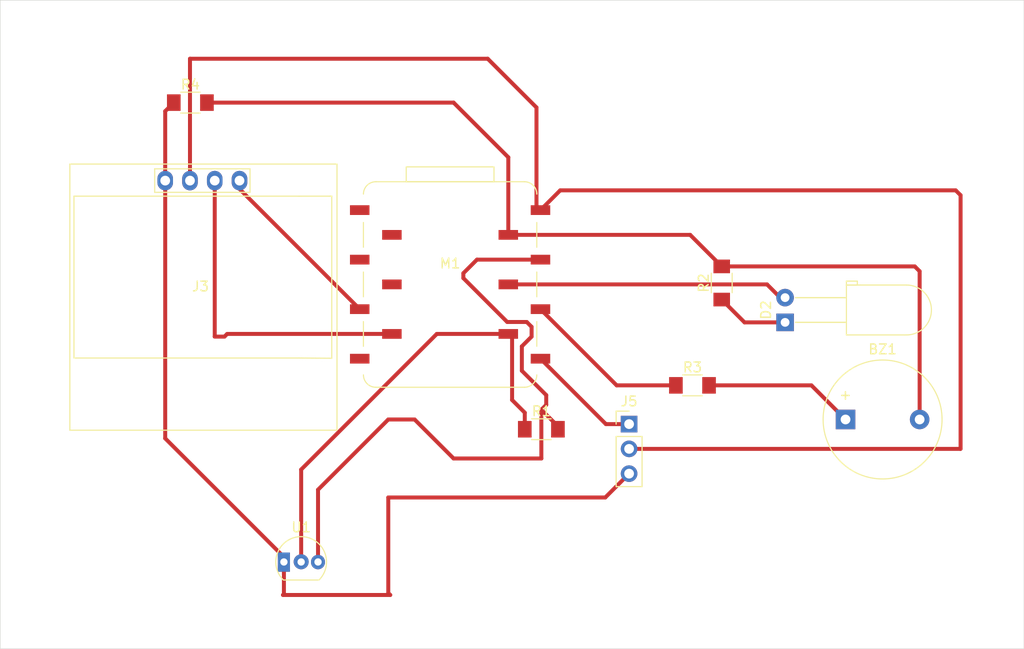
<source format=kicad_pcb>
(kicad_pcb (version 20240108) (generator "pcbnew") (generator_version "8.0")
  (layers (0 "F.Cu" signal) (31 "B.Cu" signal) (34 "B.Paste" user) (35 "F.Paste" user) (36 "B.SilkS" user "B.Silkscreen") (37 "F.SilkS" user "F.Silkscreen") (38 "B.Mask" user) (39 "F.Mask" user) (44 "Edge.Cuts" user))
  (net 0 "")
  (net 1 "SDA")
  (net 2 "SCL")
  (net 3 "GND")
  (net 4 "5V")
  (net 5 "D7")
  (net 6 "Net-(BZ1-+)")
  (net 7 "D1")
  (net 8 "D10")
  (net 9 "D9")
  (net 10 "Net-(D2-K)")
  (net 11 "/D6")
  (net 12 "/D3")
  (net 13 "/D2")
  (net 14 "3.3V")
  (footprint "fab:SeeedStudio_XIAO_SocketSMD" (layer "F.Cu") (at 134.14 51.145)
    (property "Reference" "M1" (at 0.0025 -2.149 0) (layer "F.SilkS"))
    (property "Value" "Module_XIAO-ESP32C3_SocketSMD")
    (fp_line (start -8.89 -6.35) (end -8.89 -3.81) (stroke (width 0.12)) (layer "F.SilkS"))
    (fp_line (start -8.89 -1.27) (end -8.89 1.27) (stroke (width 0.12)) (layer "F.SilkS"))
    (fp_line (start -8.89 3.81) (end -8.89 6.35) (stroke (width 0.12)) (layer "F.SilkS"))
    (fp_line (start -7.6175 -10.531) (end 7.6225 -10.531) (stroke (width 0.12)) (layer "F.SilkS"))
    (fp_line (start 7.6225 10.551) (end -7.6175 10.551) (stroke (width 0.12)) (layer "F.SilkS"))
    (fp_line (start 8.89 -6.35) (end 8.89 -3.81) (stroke (width 0.12)) (layer "F.SilkS"))
    (fp_line (start 8.89 -1.27) (end 8.89 1.27) (stroke (width 0.12)) (layer "F.SilkS"))
    (fp_line (start 8.89 3.81) (end 8.89 6.35) (stroke (width 0.12)) (layer "F.SilkS"))
    (fp_rect (start -4.4975 -10.531) (end 4.5025 -12.055) (stroke (width 0.12)) (fill none) (layer "F.SilkS"))
    (fp_arc (start -8.8875 -9.261) (mid -8.515526 -10.159026) (end -7.6175 -10.531) (stroke (width 0.12)) (layer "F.SilkS"))
    (fp_arc (start -7.6175 10.551) (mid -8.515526 10.179026) (end -8.8875 9.281) (stroke (width 0.12)) (layer "F.SilkS"))
    (fp_arc (start 7.6225 -10.531) (mid 8.520526 -10.159026) (end 8.8925 -9.261) (stroke (width 0.12)) (layer "F.SilkS"))
    (fp_arc (start 8.8925 9.281) (mid 8.520526 10.179026) (end 7.6225 10.551) (stroke (width 0.12)) (layer "F.SilkS"))
    (pad "1" smd rect (at -9.27 -7.62) (size 2 1) (layers "F.Cu" "F.Paste" "F.Mask"))
    (pad "2" smd rect (at -5.97 -5.08) (size 2 1) (layers "F.Cu" "F.Paste" "F.Mask") (net 7 "D1"))
    (pad "3" smd rect (at -9.27 -2.54) (size 2 1) (layers "F.Cu" "F.Paste" "F.Mask") (net 13 "/D2"))
    (pad "4" smd rect (at -5.97 0) (size 2 1) (layers "F.Cu" "F.Paste" "F.Mask") (net 12 "/D3"))
    (pad "5" smd rect (at -9.27 2.54) (size 2 1) (layers "F.Cu" "F.Paste" "F.Mask") (net 1 "SDA"))
    (pad "6" smd rect (at -5.97 5.08) (size 2 1) (layers "F.Cu" "F.Paste" "F.Mask") (net 2 "SCL"))
    (pad "7" smd rect (at -9.27 7.62) (size 2 1) (layers "F.Cu" "F.Paste" "F.Mask") (net 11 "/D6"))
    (pad "8" smd rect (at 9.27 7.62) (size 2 1) (layers "F.Cu" "F.Paste" "F.Mask") (net 7 "D1"))
    (pad "9" smd rect (at 5.97 5.08) (size 2 1) (layers "F.Cu" "F.Paste" "F.Mask") (net 5 "D7"))
    (pad "10" smd rect (at 9.27 2.54) (size 2 1) (layers "F.Cu" "F.Paste" "F.Mask") (net 9 "D9"))
    (pad "11" smd rect (at 5.97 0) (size 2 1) (layers "F.Cu" "F.Paste" "F.Mask") (net 8 "D10"))
    (pad "12" smd rect (at 9.27 -2.54) (size 2 1) (layers "F.Cu" "F.Paste" "F.Mask") (net 14 "3.3V"))
    (pad "13" smd rect (at 5.97 -5.08) (size 2 1) (layers "F.Cu" "F.Paste" "F.Mask") (net 3 "GND"))
    (pad "14" smd rect (at 9.27 -7.62) (size 2 1) (layers "F.Cu" "F.Paste" "F.Mask") (net 4 "5V"))
  )
  (footprint "fab:R_1206" (layer "F.Cu") (at 143.5 66)
    (property "Reference" "R1" (at 0 -1.85 360) (layer "F.SilkS"))
    (property "Value" "4.7k")
    (fp_line (start -1 -1.07) (end 1 -1.07) (stroke (width 0.12)) (layer "F.SilkS"))
    (fp_line (start 1 1.07) (end -1 1.07) (stroke (width 0.12)) (layer "F.SilkS"))
    (pad "1" smd rect (at -1.7 0) (size 1.4 1.7) (layers "F.Cu" "F.Paste" "F.Mask") (net 5 "D7"))
    (pad "2" smd rect (at 1.7 0) (size 1.4 1.7) (layers "F.Cu" "F.Paste" "F.Mask") (net 14 "3.3V"))
  )
  (footprint "OLED:128x64OLED" (layer "F.Cu") (at 108.54 51.1)
    (property "Reference" "J3" (at 0 0.254 0) (layer "F.SilkS"))
    (property "Value" "OLED_4_PIN")
    (fp_line (start -13.4 -12.3) (end 14 -12.3) (stroke (width 0.12)) (layer "F.SilkS"))
    (fp_line (start -13.4 15) (end -13.4 -12.3) (stroke (width 0.12)) (layer "F.SilkS"))
    (fp_line (start -12.978 -9.005) (end 10.122 -9.005) (stroke (width 0.12)) (layer "F.SilkS"))
    (fp_line (start -12.978 7.595) (end -12.978 -9.005) (stroke (width 0.12)) (layer "F.SilkS"))
    (fp_line (start -4.699 -11.811) (end -4.699 -9.398) (stroke (width 0.12)) (layer "F.SilkS"))
    (fp_line (start -4.699 -11.811) (end 5.08 -11.811) (stroke (width 0.12)) (layer "F.SilkS"))
    (fp_line (start 5.08 -11.811) (end 5.08 -9.398) (stroke (width 0.12)) (layer "F.SilkS"))
    (fp_line (start 5.08 -9.398) (end -4.699 -9.398) (stroke (width 0.12)) (layer "F.SilkS"))
    (fp_line (start 10.122 -9.005) (end 13.208 -9.005) (stroke (width 0.12)) (layer "F.SilkS"))
    (fp_line (start 10.122 7.595) (end -12.978 7.595) (stroke (width 0.12)) (layer "F.SilkS"))
    (fp_line (start 10.122 7.595) (end 13.462 7.62) (stroke (width 0.12)) (layer "F.SilkS"))
    (fp_line (start 13.462 -9.017) (end 13.208 -9.005) (stroke (width 0.12)) (layer "F.SilkS"))
    (fp_line (start 13.462 7.62) (end 13.462 -9.017) (stroke (width 0.12)) (layer "F.SilkS"))
    (fp_line (start 14 -12.3) (end 14 15) (stroke (width 0.12)) (layer "F.SilkS"))
    (fp_line (start 14 15) (end -13.4 15) (stroke (width 0.12)) (layer "F.SilkS"))
    (pad "1" thru_hole oval (at -3.62 -10.6 90) (size 2 1.6) (drill 1) (layers "*.Cu" "*.Mask") (net 3 "GND"))
    (pad "2" thru_hole oval (at -1.08 -10.6 90) (size 2 1.6) (drill 1) (layers "*.Cu" "*.Mask") (net 4 "5V"))
    (pad "3" thru_hole oval (at 1.46 -10.6 90) (size 2 1.6) (drill 1) (layers "*.Cu" "*.Mask") (net 2 "SCL"))
    (pad "4" thru_hole oval (at 4 -10.6 90) (size 2 1.6) (drill 1) (layers "*.Cu" "*.Mask") (net 1 "SDA"))
  )
  (footprint "fab:R_1206" (layer "F.Cu") (at 107.5 32.5)
    (property "Reference" "R4" (at 0 -1.85 0) (layer "F.SilkS"))
    (property "Value" "0k")
    (fp_line (start -1 -1.07) (end 1 -1.07) (stroke (width 0.12)) (layer "F.SilkS"))
    (fp_line (start 1 1.07) (end -1 1.07) (stroke (width 0.12)) (layer "F.SilkS"))
    (pad "1" smd rect (at -1.7 0) (size 1.4 1.7) (layers "F.Cu" "F.Paste" "F.Mask") (net 3 "GND"))
    (pad "2" smd rect (at 1.7 0) (size 1.4 1.7) (layers "F.Cu" "F.Paste" "F.Mask") (net 3 "GND"))
  )
  (footprint "Buzzer_Beeper:Buzzer_12x9.5RM7.6" (layer "F.Cu") (at 174.7 65)
    (property "Reference" "BZ1" (at 3.8 -7.2 0) (layer "F.SilkS"))
    (property "Value" "Buzzer")
    (fp_circle (center 3.8 0) (end 9.9 0) (stroke (width 0.12)) (fill none) (layer "F.SilkS"))
    (fp_text user "+" (at -0.01 -2.54 0) (layer "F.SilkS"))
    (pad "1" thru_hole rect (at 0 0) (size 2 2) (drill 1) (layers "*.Cu" "*.Mask") (net 6 "Net-(BZ1-+)"))
    (pad "2" thru_hole circle (at 7.6 0) (size 2 2) (drill 1) (layers "*.Cu" "*.Mask") (net 3 "GND"))
  )
  (footprint "fab:R_1206" (layer "F.Cu") (at 162 51 90)
    (property "Reference" "R2" (at 0 -1.85 90) (layer "F.SilkS"))
    (property "Value" "68")
    (fp_line (start -1 -1.07) (end 1 -1.07) (stroke (width 0.12)) (layer "F.SilkS"))
    (fp_line (start 1 1.07) (end -1 1.07) (stroke (width 0.12)) (layer "F.SilkS"))
    (pad "1" smd rect (at -1.7 0 90) (size 1.4 1.7) (layers "F.Cu" "F.Paste" "F.Mask") (net 10 "Net-(D2-K)"))
    (pad "2" smd rect (at 1.7 0 90) (size 1.4 1.7) (layers "F.Cu" "F.Paste" "F.Mask") (net 3 "GND"))
  )
  (footprint "Package_TO_SOT_THT:TO-92_Inline" (layer "F.Cu") (at 117.595 79.615)
    (property "Reference" "U1" (at 1.27 -3.56 0) (layer "F.SilkS"))
    (property "Value" "DS18B20")
    (fp_line (start -0.53 1.85) (end 3.07 1.85) (stroke (width 0.12)) (layer "F.SilkS"))
    (fp_arc (start -0.568478 1.838478) (mid -1.132087 -0.994977) (end 1.27 -2.6) (stroke (width 0.12)) (layer "F.SilkS"))
    (fp_arc (start 1.27 -2.6) (mid 3.672087 -0.994977) (end 3.108478 1.838478) (stroke (width 0.12)) (layer "F.SilkS"))
    (pad "1" thru_hole rect (at -0.5 0) (size 1.24 1.97) (drill 0.75 (offset 0 0.015)) (layers "*.Cu" "*.Mask") (net 3 "GND"))
    (pad "2" thru_hole oval (at 1.27 0) (size 1.54 1.54) (drill 0.75 (offset 0 -0.02)) (layers "*.Cu" "*.Mask") (net 5 "D7"))
    (pad "3" thru_hole oval (at 3 0) (size 1.43 1.48) (drill 0.75 (offset -0.005 0.01)) (layers "*.Cu" "*.Mask") (net 14 "3.3V"))
  )
  (footprint "fab:R_1206" (layer "F.Cu") (at 159 61.5)
    (property "Reference" "R3" (at 0 -1.85 0) (layer "F.SilkS"))
    (property "Value" "100")
    (fp_line (start -1 -1.07) (end 1 -1.07) (stroke (width 0.12)) (layer "F.SilkS"))
    (fp_line (start 1 1.07) (end -1 1.07) (stroke (width 0.12)) (layer "F.SilkS"))
    (pad "1" smd rect (at -1.7 0) (size 1.4 1.7) (layers "F.Cu" "F.Paste" "F.Mask") (net 9 "D9"))
    (pad "2" smd rect (at 1.7 0) (size 1.4 1.7) (layers "F.Cu" "F.Paste" "F.Mask") (net 6 "Net-(BZ1-+)"))
  )
  (footprint "LED_THT:LED_D5.0mm_Horizontal_O6.35mm_Z15.0mm" (layer "F.Cu") (at 168.5 55.04 90)
    (property "Reference" "D2" (at 1.27 -1.96 90) (layer "F.SilkS"))
    (property "Value" "LED")
    (fp_line (start 2.54 1.08) (end 2.54 1.08) (stroke (width 0.12)) (layer "F.SilkS"))
    (fp_line (start 2.54 1.08) (end 2.54 6.29) (stroke (width 0.12)) (layer "F.SilkS"))
    (fp_line (start 0 1.08) (end 0 1.08) (stroke (width 0.12)) (layer "F.SilkS"))
    (fp_line (start 0 1.08) (end 0 6.29) (stroke (width 0.12)) (layer "F.SilkS"))
    (fp_line (start 4.23 6.29) (end 4.23 7.41) (stroke (width 0.12)) (layer "F.SilkS"))
    (fp_line (start 3.83 6.29) (end 4.23 6.29) (stroke (width 0.12)) (layer "F.SilkS"))
    (fp_line (start 3.83 6.29) (end 3.83 12.45) (stroke (width 0.12)) (layer "F.SilkS"))
    (fp_line (start 2.54 6.29) (end 2.54 1.08) (stroke (width 0.12)) (layer "F.SilkS"))
    (fp_line (start 2.54 6.29) (end 2.54 6.29) (stroke (width 0.12)) (layer "F.SilkS"))
    (fp_line (start 0 6.29) (end 0 1.08) (stroke (width 0.12)) (layer "F.SilkS"))
    (fp_line (start 0 6.29) (end 0 6.29) (stroke (width 0.12)) (layer "F.SilkS"))
    (fp_line (start -1.29 6.29) (end 3.83 6.29) (stroke (width 0.12)) (layer "F.SilkS"))
    (fp_line (start -1.29 6.29) (end -1.29 12.45) (stroke (width 0.12)) (layer "F.SilkS"))
    (fp_line (start 4.23 7.41) (end 3.83 7.41) (stroke (width 0.12)) (layer "F.SilkS"))
    (fp_line (start 3.83 7.41) (end 3.83 6.29) (stroke (width 0.12)) (layer "F.SilkS"))
    (fp_arc (start 3.83 12.45) (mid 1.27 15.01) (end -1.29 12.45) (stroke (width 0.12)) (layer "F.SilkS"))
    (pad "1" thru_hole rect (at 0 0 90) (size 1.8 1.8) (drill 0.9) (layers "*.Cu" "*.Mask") (net 10 "Net-(D2-K)"))
    (pad "2" thru_hole circle (at 2.54 0 90) (size 1.8 1.8) (drill 0.9) (layers "*.Cu" "*.Mask") (net 8 "D10"))
  )
  (footprint "Connector_PinHeader_2.54mm:PinHeader_1x03_P2.54mm_Vertical" (layer "F.Cu") (at 152.5 65.475)
    (property "Reference" "J5" (at 0 -2.33 0) (layer "F.SilkS"))
    (property "Value" "SG90_Motor_3_PIN")
    (fp_line (start -1.33 -1.33) (end 0 -1.33) (stroke (width 0.12)) (layer "F.SilkS"))
    (fp_line (start -1.33 0) (end -1.33 -1.33) (stroke (width 0.12)) (layer "F.SilkS"))
    (fp_line (start -1.33 1.27) (end -1.33 6.41) (stroke (width 0.12)) (layer "F.SilkS"))
    (fp_line (start -1.33 1.27) (end 1.33 1.27) (stroke (width 0.12)) (layer "F.SilkS"))
    (fp_line (start -1.33 6.41) (end 1.33 6.41) (stroke (width 0.12)) (layer "F.SilkS"))
    (fp_line (start 1.33 1.27) (end 1.33 6.41) (stroke (width 0.12)) (layer "F.SilkS"))
    (pad "1" thru_hole rect (at 0 0) (size 1.7 1.7) (drill 1) (layers "*.Cu" "*.Mask") (net 7 "D1"))
    (pad "2" thru_hole oval (at 0 2.54) (size 1.7 1.7) (drill 1) (layers "*.Cu" "*.Mask") (net 4 "5V"))
    (pad "3" thru_hole oval (at 0 5.08) (size 1.7 1.7) (drill 1) (layers "*.Cu" "*.Mask") (net 3 "GND"))
  )
  (gr_rect (start 88 22) (end 193 88.5) (stroke (width 0.05)) (fill none) (layer "Edge.Cuts"))
  (segment (start 112.54 40.5) (end 112.54 41.355) (width 0.4064) (layer "F.Cu") (net 1))
  (segment (start 112.54 41.355) (end 124.87 53.685) (width 0.4064) (layer "F.Cu") (net 1))
  (segment (start 111.275 56.225) (end 128.17 56.225) (width 0.4064) (layer "F.Cu") (net 2))
  (segment (start 111 56.5) (end 111.275 56.225) (width 0.4064) (layer "F.Cu") (net 2))
  (segment (start 110 56.5) (end 111 56.5) (width 0.4064) (layer "F.Cu") (net 2))
  (segment (start 110 40.5) (end 110 56.5) (width 0.4064) (layer "F.Cu") (net 2))
  (segment (start 104.92 66.94) (end 104.92 40.5) (width 0.4064) (layer "F.Cu") (net 3))
  (segment (start 117.095 79.615) (end 117.095 79.115) (width 0.4064) (layer "F.Cu") (net 3))
  (segment (start 117.095 82.905) (end 117.095 79.615) (width 0.4064) (layer "F.Cu") (net 3))
  (segment (start 181.8 49.3) (end 162 49.3) (width 0.4064) (layer "F.Cu") (net 3))
  (segment (start 158.765 46.065) (end 140.11 46.065) (width 0.4064) (layer "F.Cu") (net 3))
  (segment (start 140.11 38.11) (end 140.11 46.065) (width 0.4064) (layer "F.Cu") (net 3))
  (segment (start 104.92 33.38) (end 105.8 32.5) (width 0.4064) (layer "F.Cu") (net 3))
  (segment (start 109.2 32.5) (end 134.5 32.5) (width 0.4064) (layer "F.Cu") (net 3))
  (segment (start 182.3 49.8) (end 181.8 49.3) (width 0.4064) (layer "F.Cu") (net 3))
  (segment (start 128 83) (end 117 83) (width 0.4064) (layer "F.Cu") (net 3))
  (segment (start 134.5 32.5) (end 140.11 38.11) (width 0.4064) (layer "F.Cu") (net 3))
  (segment (start 127.8 73) (end 127.8 82.8) (width 0.4064) (layer "F.Cu") (net 3))
  (segment (start 117 83) (end 117.095 82.905) (width 0.4064) (layer "F.Cu") (net 3))
  (segment (start 117.095 79.115) (end 104.92 66.94) (width 0.4064) (layer "F.Cu") (net 3))
  (segment (start 162 49.3) (end 158.765 46.065) (width 0.4064) (layer "F.Cu") (net 3))
  (segment (start 127.8 82.8) (end 128 83) (width 0.4064) (layer "F.Cu") (net 3))
  (segment (start 182.3 65) (end 182.3 49.8) (width 0.4064) (layer "F.Cu") (net 3))
  (segment (start 152.5 70.555) (end 150.055 73) (width 0.4064) (layer "F.Cu") (net 3))
  (segment (start 150.055 73) (end 127.8 73) (width 0.4064) (layer "F.Cu") (net 3))
  (segment (start 104.92 40.5) (end 104.92 33.38) (width 0.4064) (layer "F.Cu") (net 3))
  (segment (start 138 28) (end 107.46 28) (width 0.4064) (layer "F.Cu") (net 4))
  (segment (start 186.5 68) (end 186.5 42) (width 0.4064) (layer "F.Cu") (net 4))
  (segment (start 143 33) (end 138 28) (width 0.4064) (layer "F.Cu") (net 4))
  (segment (start 143 43.115) (end 143 33) (width 0.4064) (layer "F.Cu") (net 4))
  (segment (start 186.5 42) (end 186 41.5) (width 0.4064) (layer "F.Cu") (net 4))
  (segment (start 145.435 41.5) (end 143.41 43.525) (width 0.4064) (layer "F.Cu") (net 4))
  (segment (start 186 41.5) (end 145.435 41.5) (width 0.4064) (layer "F.Cu") (net 4))
  (segment (start 107.46 28) (end 107.46 40.5) (width 0.4064) (layer "F.Cu") (net 4))
  (segment (start 143.41 43.525) (end 143 43.115) (width 0.4064) (layer "F.Cu") (net 4))
  (segment (start 152.5 68.015) (end 186.485 68.015) (width 0.4064) (layer "F.Cu") (net 4))
  (segment (start 186.485 68.015) (end 186.5 68) (width 0.4064) (layer "F.Cu") (net 4))
  (segment (start 140.11 56.225) (end 140.5 56.615) (width 0.4064) (layer "F.Cu") (net 5))
  (segment (start 141.8 64.3) (end 140.5 63) (width 0.4064) (layer "F.Cu") (net 5))
  (segment (start 132.775 56.225) (end 140.11 56.225) (width 0.4064) (layer "F.Cu") (net 5))
  (segment (start 141.8 66) (end 141.8 64.3) (width 0.4064) (layer "F.Cu") (net 5))
  (segment (start 118.865 79.615) (end 118.865 70.135) (width 0.4064) (layer "F.Cu") (net 5))
  (segment (start 140.5 56.615) (end 140.5 63) (width 0.4064) (layer "F.Cu") (net 5))
  (segment (start 118.865 70.135) (end 132.775 56.225) (width 0.4064) (layer "F.Cu") (net 5))
  (segment (start 160.7 61.5) (end 171.2 61.5) (width 0.4064) (layer "F.Cu") (net 6))
  (segment (start 171.2 61.5) (end 174.7 65) (width 0.4064) (layer "F.Cu") (net 6))
  (segment (start 150.12 65.475) (end 143.41 58.765) (width 0.4064) (layer "F.Cu") (net 7))
  (segment (start 152.5 65.475) (end 150.12 65.475) (width 0.4064) (layer "F.Cu") (net 7))
  (segment (start 168.5 52.5) (end 168 52.5) (width 0.4064) (layer "F.Cu") (net 8))
  (segment (start 168 52.5) (end 166.645 51.145) (width 0.4064) (layer "F.Cu") (net 8))
  (segment (start 166.645 51.145) (end 140.11 51.145) (width 0.4064) (layer "F.Cu") (net 8))
  (segment (start 157.15 61.5) (end 151.225 61.5) (width 0.4064) (layer "F.Cu") (net 9))
  (segment (start 151.225 61.5) (end 143.41 53.685) (width 0.4064) (layer "F.Cu") (net 9))
  (segment (start 164.34 55.04) (end 162 52.7) (width 0.4064) (layer "F.Cu") (net 10))
  (segment (start 168.5 55.04) (end 164.34 55.04) (width 0.4064) (layer "F.Cu") (net 10))
  (segment (start 143.5 64) (end 143.5 69) (width 0.4064) (layer "F.Cu") (net 14))
  (segment (start 142.5 56.5) (end 141.5 57.5) (width 0.4064) (layer "F.Cu") (net 14))
  (segment (start 142 55) (end 142.5 55.5) (width 0.4064) (layer "F.Cu") (net 14))
  (segment (start 141.5 60) (end 144 62.5) (width 0.4064) (layer "F.Cu") (net 14))
  (segment (start 145.2 66) (end 145.2 65.7) (width 0.4064) (layer "F.Cu") (net 14))
  (segment (start 120.595 79.615) (end 120.595 72.205) (width 0.4064) (layer "F.Cu") (net 14))
  (segment (start 141.5 57.5) (end 141.5 60) (width 0.4064) (layer "F.Cu") (net 14))
  (segment (start 120.595 72.205) (end 127.8 65) (width 0.4064) (layer "F.Cu") (net 14))
  (segment (start 134.5 69) (end 130.5 65) (width 0.4064) (layer "F.Cu") (net 14))
  (segment (start 135.5 50.5) (end 140 55) (width 0.4064) (layer "F.Cu") (net 14))
  (segment (start 142.5 55.5) (end 142.5 56.5) (width 0.4064) (layer "F.Cu") (net 14))
  (segment (start 136.895 48.605) (end 135.5 50) (width 0.4064) (layer "F.Cu") (net 14))
  (segment (start 143.5 69) (end 134.5 69) (width 0.4064) (layer "F.Cu") (net 14))
  (segment (start 144 62.5) (end 144 63.5) (width 0.4064) (layer "F.Cu") (net 14))
  (segment (start 143.41 48.605) (end 136.895 48.605) (width 0.4064) (layer "F.Cu") (net 14))
  (segment (start 144 63.5) (end 143.5 64) (width 0.4064) (layer "F.Cu") (net 14))
  (segment (start 145.2 65.7) (end 143.5 64) (width 0.4064) (layer "F.Cu") (net 14))
  (segment (start 140 55) (end 142 55) (width 0.4064) (layer "F.Cu") (net 14))
  (segment (start 130.5 65) (end 127.8 65) (width 0.4064) (layer "F.Cu") (net 14))
  (segment (start 135.5 50) (end 135.5 50.5) (width 0.4064) (layer "F.Cu") (net 14))
)
</source>
